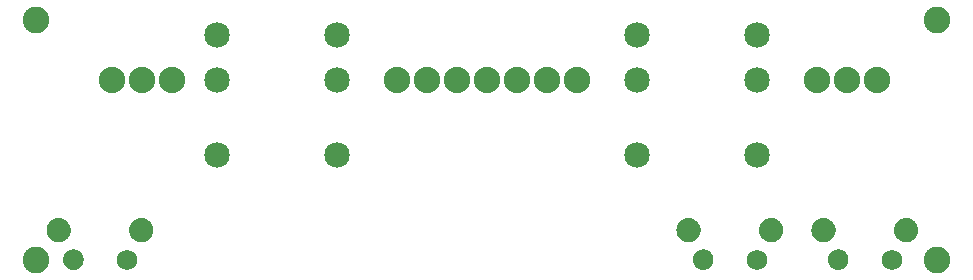
<source format=gts>
G04 MADE WITH FRITZING*
G04 WWW.FRITZING.ORG*
G04 DOUBLE SIDED*
G04 HOLES PLATED*
G04 CONTOUR ON CENTER OF CONTOUR VECTOR*
%ASAXBY*%
%FSLAX23Y23*%
%MOIN*%
%OFA0B0*%
%SFA1.0B1.0*%
%ADD10C,0.088740*%
%ADD11C,0.085000*%
%ADD12C,0.088000*%
%ADD13C,0.069055*%
%ADD14R,0.001000X0.001000*%
%LNMASK1*%
G90*
G70*
G54D10*
X70Y884D03*
X3071Y84D03*
X70Y84D03*
X3071Y884D03*
G54D11*
X2071Y834D03*
X2471Y834D03*
G54D12*
X2871Y684D03*
X2771Y684D03*
X2671Y684D03*
X521Y684D03*
X421Y684D03*
X321Y684D03*
X1871Y684D03*
X1771Y684D03*
X1671Y684D03*
X1571Y684D03*
X1471Y684D03*
X1371Y684D03*
X1271Y684D03*
G54D11*
X671Y684D03*
X1071Y684D03*
X671Y834D03*
X1071Y834D03*
X671Y434D03*
X1071Y434D03*
X2071Y434D03*
X2471Y434D03*
X2071Y684D03*
X2471Y684D03*
G54D13*
X371Y84D03*
X2471Y84D03*
X2921Y84D03*
G54D14*
X137Y223D02*
X150Y223D01*
X412Y223D02*
X426Y223D01*
X2236Y223D02*
X2250Y223D01*
X2512Y223D02*
X2525Y223D01*
X2686Y223D02*
X2700Y223D01*
X2962Y223D02*
X2975Y223D01*
X133Y222D02*
X155Y222D01*
X408Y222D02*
X430Y222D01*
X2232Y222D02*
X2254Y222D01*
X2508Y222D02*
X2530Y222D01*
X2682Y222D02*
X2704Y222D01*
X2958Y222D02*
X2980Y222D01*
X130Y221D02*
X158Y221D01*
X405Y221D02*
X433Y221D01*
X2229Y221D02*
X2257Y221D01*
X2505Y221D02*
X2533Y221D01*
X2679Y221D02*
X2707Y221D01*
X2955Y221D02*
X2983Y221D01*
X127Y220D02*
X160Y220D01*
X403Y220D02*
X436Y220D01*
X2227Y220D02*
X2260Y220D01*
X2502Y220D02*
X2535Y220D01*
X2677Y220D02*
X2709Y220D01*
X2952Y220D02*
X2985Y220D01*
X125Y219D02*
X162Y219D01*
X401Y219D02*
X438Y219D01*
X2225Y219D02*
X2262Y219D01*
X2500Y219D02*
X2537Y219D01*
X2675Y219D02*
X2712Y219D01*
X2950Y219D02*
X2987Y219D01*
X123Y218D02*
X164Y218D01*
X399Y218D02*
X439Y218D01*
X2223Y218D02*
X2263Y218D01*
X2499Y218D02*
X2539Y218D01*
X2673Y218D02*
X2713Y218D01*
X2949Y218D02*
X2989Y218D01*
X122Y217D02*
X165Y217D01*
X397Y217D02*
X441Y217D01*
X2221Y217D02*
X2265Y217D01*
X2497Y217D02*
X2540Y217D01*
X2671Y217D02*
X2715Y217D01*
X2947Y217D02*
X2990Y217D01*
X120Y216D02*
X167Y216D01*
X396Y216D02*
X442Y216D01*
X2220Y216D02*
X2266Y216D01*
X2496Y216D02*
X2542Y216D01*
X2670Y216D02*
X2716Y216D01*
X2945Y216D02*
X2992Y216D01*
X119Y215D02*
X168Y215D01*
X395Y215D02*
X444Y215D01*
X2219Y215D02*
X2268Y215D01*
X2494Y215D02*
X2543Y215D01*
X2669Y215D02*
X2718Y215D01*
X2944Y215D02*
X2993Y215D01*
X118Y214D02*
X169Y214D01*
X393Y214D02*
X445Y214D01*
X2217Y214D02*
X2269Y214D01*
X2493Y214D02*
X2544Y214D01*
X2667Y214D02*
X2719Y214D01*
X2943Y214D02*
X2994Y214D01*
X117Y213D02*
X170Y213D01*
X392Y213D02*
X446Y213D01*
X2216Y213D02*
X2270Y213D01*
X2492Y213D02*
X2546Y213D01*
X2666Y213D02*
X2720Y213D01*
X2942Y213D02*
X2995Y213D01*
X116Y212D02*
X172Y212D01*
X391Y212D02*
X447Y212D01*
X2215Y212D02*
X2271Y212D01*
X2491Y212D02*
X2547Y212D01*
X2665Y212D02*
X2721Y212D01*
X2941Y212D02*
X2997Y212D01*
X115Y211D02*
X172Y211D01*
X390Y211D02*
X448Y211D01*
X2214Y211D02*
X2272Y211D01*
X2490Y211D02*
X2548Y211D01*
X2664Y211D02*
X2722Y211D01*
X2940Y211D02*
X2998Y211D01*
X114Y210D02*
X173Y210D01*
X389Y210D02*
X449Y210D01*
X2213Y210D02*
X2273Y210D01*
X2489Y210D02*
X2549Y210D01*
X2663Y210D02*
X2723Y210D01*
X2939Y210D02*
X2998Y210D01*
X113Y209D02*
X174Y209D01*
X388Y209D02*
X450Y209D01*
X2213Y209D02*
X2274Y209D01*
X2488Y209D02*
X2549Y209D01*
X2662Y209D02*
X2724Y209D01*
X2938Y209D02*
X2999Y209D01*
X112Y208D02*
X175Y208D01*
X388Y208D02*
X451Y208D01*
X2212Y208D02*
X2275Y208D01*
X2487Y208D02*
X2550Y208D01*
X2662Y208D02*
X2725Y208D01*
X2937Y208D02*
X3000Y208D01*
X111Y207D02*
X176Y207D01*
X387Y207D02*
X451Y207D01*
X2211Y207D02*
X2275Y207D01*
X2487Y207D02*
X2551Y207D01*
X2661Y207D02*
X2725Y207D01*
X2936Y207D02*
X3001Y207D01*
X111Y206D02*
X176Y206D01*
X386Y206D02*
X452Y206D01*
X2210Y206D02*
X2276Y206D01*
X2486Y206D02*
X2552Y206D01*
X2660Y206D02*
X2726Y206D01*
X2936Y206D02*
X3002Y206D01*
X110Y205D02*
X177Y205D01*
X386Y205D02*
X453Y205D01*
X2210Y205D02*
X2277Y205D01*
X2485Y205D02*
X2552Y205D01*
X2660Y205D02*
X2727Y205D01*
X2935Y205D02*
X3002Y205D01*
X109Y204D02*
X178Y204D01*
X385Y204D02*
X453Y204D01*
X2209Y204D02*
X2277Y204D01*
X2485Y204D02*
X2553Y204D01*
X2659Y204D02*
X2727Y204D01*
X2935Y204D02*
X3003Y204D01*
X109Y203D02*
X178Y203D01*
X384Y203D02*
X454Y203D01*
X2208Y203D02*
X2278Y203D01*
X2484Y203D02*
X2553Y203D01*
X2658Y203D02*
X2728Y203D01*
X2934Y203D02*
X3003Y203D01*
X108Y202D02*
X179Y202D01*
X384Y202D02*
X454Y202D01*
X2208Y202D02*
X2278Y202D01*
X2483Y202D02*
X2554Y202D01*
X2658Y202D02*
X2728Y202D01*
X2933Y202D02*
X3004Y202D01*
X108Y201D02*
X179Y201D01*
X383Y201D02*
X455Y201D01*
X2207Y201D02*
X2279Y201D01*
X2483Y201D02*
X2555Y201D01*
X2657Y201D02*
X2729Y201D01*
X2933Y201D02*
X3004Y201D01*
X107Y200D02*
X180Y200D01*
X383Y200D02*
X455Y200D01*
X2207Y200D02*
X2279Y200D01*
X2482Y200D02*
X2555Y200D01*
X2657Y200D02*
X2729Y200D01*
X2932Y200D02*
X3005Y200D01*
X107Y199D02*
X180Y199D01*
X382Y199D02*
X456Y199D01*
X2206Y199D02*
X2280Y199D01*
X2482Y199D02*
X2555Y199D01*
X2656Y199D02*
X2730Y199D01*
X2932Y199D02*
X3005Y199D01*
X106Y198D02*
X181Y198D01*
X382Y198D02*
X456Y198D01*
X2206Y198D02*
X2280Y198D01*
X2482Y198D02*
X2556Y198D01*
X2656Y198D02*
X2730Y198D01*
X2932Y198D02*
X3006Y198D01*
X106Y197D02*
X181Y197D01*
X382Y197D02*
X457Y197D01*
X2206Y197D02*
X2281Y197D01*
X2481Y197D02*
X2556Y197D01*
X2656Y197D02*
X2731Y197D01*
X2931Y197D02*
X3006Y197D01*
X106Y196D02*
X181Y196D01*
X381Y196D02*
X457Y196D01*
X2205Y196D02*
X2281Y196D01*
X2481Y196D02*
X2557Y196D01*
X2655Y196D02*
X2731Y196D01*
X2931Y196D02*
X3006Y196D01*
X105Y195D02*
X182Y195D01*
X381Y195D02*
X457Y195D01*
X2205Y195D02*
X2281Y195D01*
X2481Y195D02*
X2557Y195D01*
X2655Y195D02*
X2731Y195D01*
X2930Y195D02*
X3007Y195D01*
X105Y194D02*
X182Y194D01*
X381Y194D02*
X458Y194D01*
X2205Y194D02*
X2282Y194D01*
X2480Y194D02*
X2557Y194D01*
X2655Y194D02*
X2731Y194D01*
X2930Y194D02*
X3007Y194D01*
X105Y193D02*
X182Y193D01*
X380Y193D02*
X458Y193D01*
X2205Y193D02*
X2282Y193D01*
X2480Y193D02*
X2557Y193D01*
X2654Y193D02*
X2732Y193D01*
X2930Y193D02*
X3007Y193D01*
X105Y192D02*
X182Y192D01*
X380Y192D02*
X458Y192D01*
X2204Y192D02*
X2282Y192D01*
X2480Y192D02*
X2558Y192D01*
X2654Y192D02*
X2732Y192D01*
X2930Y192D02*
X3008Y192D01*
X104Y191D02*
X183Y191D01*
X380Y191D02*
X458Y191D01*
X2204Y191D02*
X2282Y191D01*
X2480Y191D02*
X2558Y191D01*
X2654Y191D02*
X2732Y191D01*
X2930Y191D02*
X3008Y191D01*
X104Y190D02*
X183Y190D01*
X380Y190D02*
X458Y190D01*
X2204Y190D02*
X2282Y190D01*
X2479Y190D02*
X2558Y190D01*
X2654Y190D02*
X2732Y190D01*
X2929Y190D02*
X3008Y190D01*
X104Y189D02*
X183Y189D01*
X380Y189D02*
X459Y189D01*
X2204Y189D02*
X2283Y189D01*
X2479Y189D02*
X2558Y189D01*
X2654Y189D02*
X2733Y189D01*
X2929Y189D02*
X3008Y189D01*
X104Y188D02*
X183Y188D01*
X380Y188D02*
X459Y188D01*
X2204Y188D02*
X2283Y188D01*
X2479Y188D02*
X2558Y188D01*
X2654Y188D02*
X2733Y188D01*
X2929Y188D02*
X3008Y188D01*
X104Y187D02*
X183Y187D01*
X379Y187D02*
X459Y187D01*
X2203Y187D02*
X2283Y187D01*
X2479Y187D02*
X2558Y187D01*
X2653Y187D02*
X2733Y187D01*
X2929Y187D02*
X3008Y187D01*
X104Y186D02*
X183Y186D01*
X379Y186D02*
X459Y186D01*
X2203Y186D02*
X2283Y186D01*
X2479Y186D02*
X2558Y186D01*
X2653Y186D02*
X2733Y186D01*
X2929Y186D02*
X3008Y186D01*
X104Y185D02*
X183Y185D01*
X379Y185D02*
X459Y185D01*
X2203Y185D02*
X2283Y185D01*
X2479Y185D02*
X2559Y185D01*
X2653Y185D02*
X2733Y185D01*
X2929Y185D02*
X3008Y185D01*
X104Y184D02*
X183Y184D01*
X379Y184D02*
X459Y184D01*
X2203Y184D02*
X2283Y184D01*
X2479Y184D02*
X2559Y184D01*
X2653Y184D02*
X2733Y184D01*
X2929Y184D02*
X3009Y184D01*
X104Y183D02*
X183Y183D01*
X379Y183D02*
X459Y183D01*
X2203Y183D02*
X2283Y183D01*
X2479Y183D02*
X2559Y183D01*
X2653Y183D02*
X2733Y183D01*
X2929Y183D02*
X3009Y183D01*
X104Y182D02*
X183Y182D01*
X379Y182D02*
X459Y182D01*
X2203Y182D02*
X2283Y182D01*
X2479Y182D02*
X2559Y182D01*
X2653Y182D02*
X2733Y182D01*
X2929Y182D02*
X3008Y182D01*
X104Y181D02*
X183Y181D01*
X379Y181D02*
X459Y181D01*
X2203Y181D02*
X2283Y181D01*
X2479Y181D02*
X2559Y181D01*
X2653Y181D02*
X2733Y181D01*
X2929Y181D02*
X3008Y181D01*
X104Y180D02*
X183Y180D01*
X379Y180D02*
X459Y180D01*
X2203Y180D02*
X2283Y180D01*
X2479Y180D02*
X2558Y180D01*
X2653Y180D02*
X2733Y180D01*
X2929Y180D02*
X3008Y180D01*
X104Y179D02*
X183Y179D01*
X379Y179D02*
X459Y179D01*
X2204Y179D02*
X2283Y179D01*
X2479Y179D02*
X2558Y179D01*
X2653Y179D02*
X2733Y179D01*
X2929Y179D02*
X3008Y179D01*
X104Y178D02*
X183Y178D01*
X380Y178D02*
X459Y178D01*
X2204Y178D02*
X2283Y178D01*
X2479Y178D02*
X2558Y178D01*
X2654Y178D02*
X2733Y178D01*
X2929Y178D02*
X3008Y178D01*
X104Y177D02*
X183Y177D01*
X380Y177D02*
X458Y177D01*
X2204Y177D02*
X2283Y177D01*
X2479Y177D02*
X2558Y177D01*
X2654Y177D02*
X2732Y177D01*
X2929Y177D02*
X3008Y177D01*
X104Y176D02*
X183Y176D01*
X380Y176D02*
X458Y176D01*
X2204Y176D02*
X2282Y176D01*
X2480Y176D02*
X2558Y176D01*
X2654Y176D02*
X2732Y176D01*
X2929Y176D02*
X3008Y176D01*
X105Y175D02*
X183Y175D01*
X380Y175D02*
X458Y175D01*
X2204Y175D02*
X2282Y175D01*
X2480Y175D02*
X2558Y175D01*
X2654Y175D02*
X2732Y175D01*
X2930Y175D02*
X3008Y175D01*
X105Y174D02*
X182Y174D01*
X380Y174D02*
X458Y174D01*
X2204Y174D02*
X2282Y174D01*
X2480Y174D02*
X2557Y174D01*
X2654Y174D02*
X2732Y174D01*
X2930Y174D02*
X3007Y174D01*
X105Y173D02*
X182Y173D01*
X381Y173D02*
X458Y173D01*
X2205Y173D02*
X2282Y173D01*
X2480Y173D02*
X2557Y173D01*
X2655Y173D02*
X2732Y173D01*
X2930Y173D02*
X3007Y173D01*
X105Y172D02*
X182Y172D01*
X381Y172D02*
X457Y172D01*
X2205Y172D02*
X2281Y172D01*
X2480Y172D02*
X2557Y172D01*
X2655Y172D02*
X2731Y172D01*
X2930Y172D02*
X3007Y172D01*
X106Y171D02*
X182Y171D01*
X381Y171D02*
X457Y171D01*
X2205Y171D02*
X2281Y171D01*
X2481Y171D02*
X2557Y171D01*
X2655Y171D02*
X2731Y171D01*
X2931Y171D02*
X3007Y171D01*
X106Y170D02*
X181Y170D01*
X382Y170D02*
X457Y170D01*
X2206Y170D02*
X2281Y170D01*
X2481Y170D02*
X2556Y170D01*
X2655Y170D02*
X2731Y170D01*
X2931Y170D02*
X3006Y170D01*
X106Y169D02*
X181Y169D01*
X382Y169D02*
X456Y169D01*
X2206Y169D02*
X2280Y169D01*
X2481Y169D02*
X2556Y169D01*
X2656Y169D02*
X2730Y169D01*
X2931Y169D02*
X3006Y169D01*
X107Y168D02*
X180Y168D01*
X382Y168D02*
X456Y168D01*
X2206Y168D02*
X2280Y168D01*
X2482Y168D02*
X2556Y168D01*
X2656Y168D02*
X2730Y168D01*
X2932Y168D02*
X3006Y168D01*
X107Y167D02*
X180Y167D01*
X383Y167D02*
X456Y167D01*
X2207Y167D02*
X2280Y167D01*
X2482Y167D02*
X2555Y167D01*
X2657Y167D02*
X2730Y167D01*
X2932Y167D02*
X3005Y167D01*
X108Y166D02*
X180Y166D01*
X383Y166D02*
X455Y166D01*
X2207Y166D02*
X2279Y166D01*
X2483Y166D02*
X2555Y166D01*
X2657Y166D02*
X2729Y166D01*
X2933Y166D02*
X3005Y166D01*
X108Y165D02*
X179Y165D01*
X384Y165D02*
X455Y165D01*
X2208Y165D02*
X2279Y165D01*
X2483Y165D02*
X2554Y165D01*
X2658Y165D02*
X2729Y165D01*
X2933Y165D02*
X3004Y165D01*
X109Y164D02*
X179Y164D01*
X384Y164D02*
X454Y164D01*
X2208Y164D02*
X2278Y164D01*
X2484Y164D02*
X2554Y164D01*
X2658Y164D02*
X2728Y164D01*
X2934Y164D02*
X3004Y164D01*
X109Y163D02*
X178Y163D01*
X385Y163D02*
X453Y163D01*
X2209Y163D02*
X2278Y163D01*
X2484Y163D02*
X2553Y163D01*
X2659Y163D02*
X2727Y163D01*
X2934Y163D02*
X3003Y163D01*
X110Y162D02*
X177Y162D01*
X385Y162D02*
X453Y162D01*
X2209Y162D02*
X2277Y162D01*
X2485Y162D02*
X2552Y162D01*
X2659Y162D02*
X2727Y162D01*
X2935Y162D02*
X3002Y162D01*
X110Y161D02*
X177Y161D01*
X386Y161D02*
X452Y161D01*
X2210Y161D02*
X2276Y161D01*
X2486Y161D02*
X2552Y161D01*
X2660Y161D02*
X2726Y161D01*
X2936Y161D02*
X3002Y161D01*
X111Y160D02*
X176Y160D01*
X387Y160D02*
X452Y160D01*
X2211Y160D02*
X2276Y160D01*
X2486Y160D02*
X2551Y160D01*
X2661Y160D02*
X2726Y160D01*
X2936Y160D02*
X3001Y160D01*
X112Y159D02*
X175Y159D01*
X387Y159D02*
X451Y159D01*
X2212Y159D02*
X2275Y159D01*
X2487Y159D02*
X2550Y159D01*
X2661Y159D02*
X2725Y159D01*
X2937Y159D02*
X3000Y159D01*
X113Y158D02*
X175Y158D01*
X388Y158D02*
X450Y158D01*
X2212Y158D02*
X2274Y158D01*
X2488Y158D02*
X2550Y158D01*
X2662Y158D02*
X2724Y158D01*
X2938Y158D02*
X3000Y158D01*
X113Y157D02*
X174Y157D01*
X389Y157D02*
X449Y157D01*
X2213Y157D02*
X2273Y157D01*
X2489Y157D02*
X2549Y157D01*
X2663Y157D02*
X2723Y157D01*
X2939Y157D02*
X2999Y157D01*
X114Y156D02*
X173Y156D01*
X390Y156D02*
X448Y156D01*
X2214Y156D02*
X2272Y156D01*
X2490Y156D02*
X2548Y156D01*
X2664Y156D02*
X2722Y156D01*
X2939Y156D02*
X2998Y156D01*
X115Y155D02*
X172Y155D01*
X391Y155D02*
X447Y155D01*
X2215Y155D02*
X2272Y155D01*
X2490Y155D02*
X2547Y155D01*
X2665Y155D02*
X2721Y155D01*
X2940Y155D02*
X2997Y155D01*
X116Y154D02*
X171Y154D01*
X392Y154D02*
X446Y154D01*
X2216Y154D02*
X2270Y154D01*
X2491Y154D02*
X2546Y154D01*
X2666Y154D02*
X2720Y154D01*
X2941Y154D02*
X2996Y154D01*
X117Y153D02*
X170Y153D01*
X393Y153D02*
X445Y153D01*
X2217Y153D02*
X2269Y153D01*
X2493Y153D02*
X2545Y153D01*
X2667Y153D02*
X2719Y153D01*
X2942Y153D02*
X2995Y153D01*
X119Y152D02*
X169Y152D01*
X394Y152D02*
X444Y152D01*
X2218Y152D02*
X2268Y152D01*
X2494Y152D02*
X2544Y152D01*
X2668Y152D02*
X2718Y152D01*
X2944Y152D02*
X2994Y152D01*
X120Y151D02*
X167Y151D01*
X396Y151D02*
X443Y151D01*
X2220Y151D02*
X2267Y151D01*
X2495Y151D02*
X2542Y151D01*
X2669Y151D02*
X2717Y151D01*
X2945Y151D02*
X2992Y151D01*
X121Y150D02*
X166Y150D01*
X397Y150D02*
X441Y150D01*
X2221Y150D02*
X2265Y150D01*
X2496Y150D02*
X2541Y150D01*
X2671Y150D02*
X2715Y150D01*
X2946Y150D02*
X2991Y150D01*
X123Y149D02*
X164Y149D01*
X398Y149D02*
X440Y149D01*
X2223Y149D02*
X2264Y149D01*
X2498Y149D02*
X2539Y149D01*
X2672Y149D02*
X2714Y149D01*
X2948Y149D02*
X2989Y149D01*
X125Y148D02*
X163Y148D01*
X400Y148D02*
X438Y148D01*
X2224Y148D02*
X2262Y148D01*
X2500Y148D02*
X2538Y148D01*
X2674Y148D02*
X2712Y148D01*
X2950Y148D02*
X2988Y148D01*
X126Y147D02*
X161Y147D01*
X402Y147D02*
X436Y147D01*
X2226Y147D02*
X2260Y147D01*
X2502Y147D02*
X2536Y147D01*
X2676Y147D02*
X2710Y147D01*
X2952Y147D02*
X2986Y147D01*
X129Y146D02*
X159Y146D01*
X404Y146D02*
X434Y146D01*
X2228Y146D02*
X2258Y146D01*
X2504Y146D02*
X2534Y146D01*
X2678Y146D02*
X2708Y146D01*
X2954Y146D02*
X2984Y146D01*
X131Y145D02*
X156Y145D01*
X407Y145D02*
X431Y145D01*
X2231Y145D02*
X2255Y145D01*
X2507Y145D02*
X2531Y145D01*
X2681Y145D02*
X2705Y145D01*
X2956Y145D02*
X2981Y145D01*
X135Y144D02*
X152Y144D01*
X411Y144D02*
X428Y144D01*
X2235Y144D02*
X2252Y144D01*
X2510Y144D02*
X2527Y144D01*
X2685Y144D02*
X2702Y144D01*
X2960Y144D02*
X2977Y144D01*
X142Y143D02*
X145Y143D01*
X418Y143D02*
X420Y143D01*
X2242Y143D02*
X2244Y143D01*
X2518Y143D02*
X2520Y143D01*
X2692Y143D02*
X2694Y143D01*
X2968Y143D02*
X2970Y143D01*
X188Y119D02*
X197Y119D01*
X2288Y119D02*
X2297Y119D01*
X2738Y119D02*
X2747Y119D01*
X184Y118D02*
X202Y118D01*
X2283Y118D02*
X2302Y118D01*
X2733Y118D02*
X2751Y118D01*
X181Y117D02*
X205Y117D01*
X2280Y117D02*
X2305Y117D01*
X2730Y117D02*
X2754Y117D01*
X178Y116D02*
X207Y116D01*
X2278Y116D02*
X2307Y116D01*
X2728Y116D02*
X2757Y116D01*
X176Y115D02*
X209Y115D01*
X2276Y115D02*
X2309Y115D01*
X2726Y115D02*
X2759Y115D01*
X175Y114D02*
X211Y114D01*
X2274Y114D02*
X2310Y114D01*
X2724Y114D02*
X2760Y114D01*
X173Y113D02*
X212Y113D01*
X2273Y113D02*
X2312Y113D01*
X2723Y113D02*
X2762Y113D01*
X172Y112D02*
X214Y112D01*
X2272Y112D02*
X2313Y112D01*
X2722Y112D02*
X2763Y112D01*
X171Y111D02*
X215Y111D01*
X2270Y111D02*
X2314Y111D01*
X2720Y111D02*
X2764Y111D01*
X170Y110D02*
X216Y110D01*
X2269Y110D02*
X2316Y110D01*
X2719Y110D02*
X2765Y110D01*
X169Y109D02*
X217Y109D01*
X2268Y109D02*
X2317Y109D01*
X2718Y109D02*
X2767Y109D01*
X168Y108D02*
X218Y108D01*
X2267Y108D02*
X2317Y108D01*
X2717Y108D02*
X2767Y108D01*
X167Y107D02*
X219Y107D01*
X2266Y107D02*
X2318Y107D01*
X2716Y107D02*
X2768Y107D01*
X166Y106D02*
X220Y106D01*
X2266Y106D02*
X2319Y106D01*
X2716Y106D02*
X2769Y106D01*
X165Y105D02*
X220Y105D01*
X2265Y105D02*
X2320Y105D01*
X2715Y105D02*
X2770Y105D01*
X165Y104D02*
X221Y104D01*
X2264Y104D02*
X2321Y104D01*
X2714Y104D02*
X2770Y104D01*
X164Y103D02*
X222Y103D01*
X2264Y103D02*
X2321Y103D01*
X2714Y103D02*
X2771Y103D01*
X163Y102D02*
X222Y102D01*
X2263Y102D02*
X2322Y102D01*
X2713Y102D02*
X2772Y102D01*
X163Y101D02*
X223Y101D01*
X2262Y101D02*
X2322Y101D01*
X2712Y101D02*
X2772Y101D01*
X162Y100D02*
X223Y100D01*
X2262Y100D02*
X2323Y100D01*
X2712Y100D02*
X2773Y100D01*
X162Y99D02*
X224Y99D01*
X2261Y99D02*
X2323Y99D01*
X2711Y99D02*
X2773Y99D01*
X161Y98D02*
X224Y98D01*
X2261Y98D02*
X2324Y98D01*
X2711Y98D02*
X2774Y98D01*
X161Y97D02*
X225Y97D01*
X2261Y97D02*
X2324Y97D01*
X2711Y97D02*
X2774Y97D01*
X161Y96D02*
X225Y96D01*
X2260Y96D02*
X2325Y96D01*
X2710Y96D02*
X2774Y96D01*
X160Y95D02*
X225Y95D01*
X2260Y95D02*
X2325Y95D01*
X2710Y95D02*
X2775Y95D01*
X160Y94D02*
X226Y94D01*
X2260Y94D02*
X2325Y94D01*
X2710Y94D02*
X2775Y94D01*
X160Y93D02*
X226Y93D01*
X2259Y93D02*
X2325Y93D01*
X2709Y93D02*
X2775Y93D01*
X160Y92D02*
X226Y92D01*
X2259Y92D02*
X2326Y92D01*
X2709Y92D02*
X2776Y92D01*
X159Y91D02*
X226Y91D01*
X2259Y91D02*
X2326Y91D01*
X2709Y91D02*
X2776Y91D01*
X159Y90D02*
X226Y90D01*
X2259Y90D02*
X2326Y90D01*
X2709Y90D02*
X2776Y90D01*
X159Y89D02*
X227Y89D01*
X2259Y89D02*
X2326Y89D01*
X2709Y89D02*
X2776Y89D01*
X159Y88D02*
X227Y88D01*
X2259Y88D02*
X2326Y88D01*
X2708Y88D02*
X2776Y88D01*
X159Y87D02*
X227Y87D01*
X2258Y87D02*
X2326Y87D01*
X2708Y87D02*
X2776Y87D01*
X159Y86D02*
X227Y86D01*
X2258Y86D02*
X2326Y86D01*
X2708Y86D02*
X2776Y86D01*
X159Y85D02*
X227Y85D01*
X2258Y85D02*
X2326Y85D01*
X2708Y85D02*
X2776Y85D01*
X159Y84D02*
X227Y84D01*
X2258Y84D02*
X2326Y84D01*
X2708Y84D02*
X2776Y84D01*
X159Y83D02*
X227Y83D01*
X2258Y83D02*
X2326Y83D01*
X2708Y83D02*
X2776Y83D01*
X159Y82D02*
X227Y82D01*
X2259Y82D02*
X2326Y82D01*
X2708Y82D02*
X2776Y82D01*
X159Y81D02*
X227Y81D01*
X2259Y81D02*
X2326Y81D01*
X2709Y81D02*
X2776Y81D01*
X159Y80D02*
X226Y80D01*
X2259Y80D02*
X2326Y80D01*
X2709Y80D02*
X2776Y80D01*
X159Y79D02*
X226Y79D01*
X2259Y79D02*
X2326Y79D01*
X2709Y79D02*
X2776Y79D01*
X160Y78D02*
X226Y78D01*
X2259Y78D02*
X2326Y78D01*
X2709Y78D02*
X2776Y78D01*
X160Y77D02*
X226Y77D01*
X2259Y77D02*
X2325Y77D01*
X2709Y77D02*
X2775Y77D01*
X160Y76D02*
X226Y76D01*
X2260Y76D02*
X2325Y76D01*
X2710Y76D02*
X2775Y76D01*
X160Y75D02*
X225Y75D01*
X2260Y75D02*
X2325Y75D01*
X2710Y75D02*
X2775Y75D01*
X161Y74D02*
X225Y74D01*
X2260Y74D02*
X2325Y74D01*
X2710Y74D02*
X2775Y74D01*
X161Y73D02*
X225Y73D01*
X2261Y73D02*
X2324Y73D01*
X2710Y73D02*
X2774Y73D01*
X161Y72D02*
X224Y72D01*
X2261Y72D02*
X2324Y72D01*
X2711Y72D02*
X2774Y72D01*
X162Y71D02*
X224Y71D01*
X2261Y71D02*
X2323Y71D01*
X2711Y71D02*
X2773Y71D01*
X162Y70D02*
X223Y70D01*
X2262Y70D02*
X2323Y70D01*
X2712Y70D02*
X2773Y70D01*
X163Y69D02*
X223Y69D01*
X2262Y69D02*
X2322Y69D01*
X2712Y69D02*
X2772Y69D01*
X163Y68D02*
X222Y68D01*
X2263Y68D02*
X2322Y68D01*
X2713Y68D02*
X2772Y68D01*
X164Y67D02*
X222Y67D01*
X2263Y67D02*
X2321Y67D01*
X2713Y67D02*
X2771Y67D01*
X165Y66D02*
X221Y66D01*
X2264Y66D02*
X2321Y66D01*
X2714Y66D02*
X2771Y66D01*
X165Y65D02*
X220Y65D01*
X2265Y65D02*
X2320Y65D01*
X2715Y65D02*
X2770Y65D01*
X166Y64D02*
X220Y64D01*
X2266Y64D02*
X2319Y64D01*
X2715Y64D02*
X2769Y64D01*
X167Y63D02*
X219Y63D01*
X2266Y63D02*
X2318Y63D01*
X2716Y63D02*
X2768Y63D01*
X168Y62D02*
X218Y62D01*
X2267Y62D02*
X2318Y62D01*
X2717Y62D02*
X2768Y62D01*
X168Y61D02*
X217Y61D01*
X2268Y61D02*
X2317Y61D01*
X2718Y61D02*
X2767Y61D01*
X169Y60D02*
X216Y60D01*
X2269Y60D02*
X2316Y60D01*
X2719Y60D02*
X2766Y60D01*
X171Y59D02*
X215Y59D01*
X2270Y59D02*
X2315Y59D01*
X2720Y59D02*
X2765Y59D01*
X172Y58D02*
X214Y58D01*
X2271Y58D02*
X2313Y58D01*
X2721Y58D02*
X2763Y58D01*
X173Y57D02*
X212Y57D01*
X2273Y57D02*
X2312Y57D01*
X2723Y57D02*
X2762Y57D01*
X175Y56D02*
X211Y56D01*
X2274Y56D02*
X2311Y56D01*
X2724Y56D02*
X2760Y56D01*
X176Y55D02*
X209Y55D01*
X2276Y55D02*
X2309Y55D01*
X2726Y55D02*
X2759Y55D01*
X178Y54D02*
X208Y54D01*
X2278Y54D02*
X2307Y54D01*
X2728Y54D02*
X2757Y54D01*
X180Y53D02*
X205Y53D01*
X2280Y53D02*
X2305Y53D01*
X2730Y53D02*
X2755Y53D01*
X183Y52D02*
X203Y52D01*
X2283Y52D02*
X2302Y52D01*
X2733Y52D02*
X2752Y52D01*
X187Y51D02*
X198Y51D01*
X2287Y51D02*
X2298Y51D01*
X2737Y51D02*
X2748Y51D01*
D02*
G04 End of Mask1*
M02*
</source>
